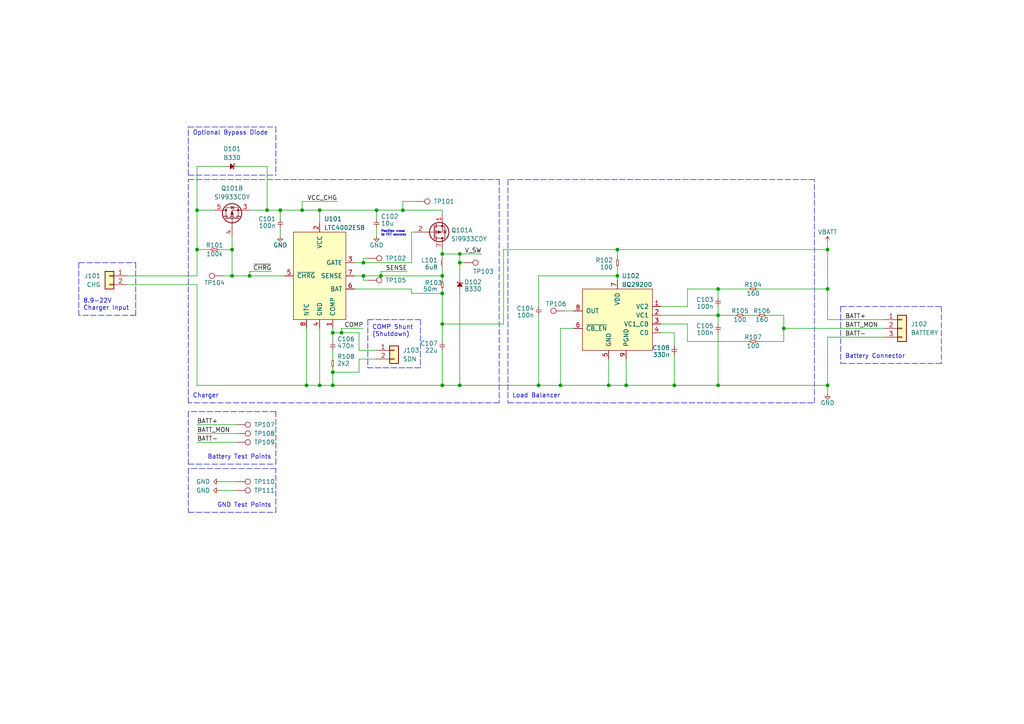
<source format=kicad_sch>
(kicad_sch (version 20211123) (generator eeschema)
  (paper "A4")
  (title_block (title "2S Li-Ion Battery Charger") (date "2021-10-17") (rev "1.1") (company "Cambridge University Spaceflight") (comment 1 "Drawn By Henry Franks"))
  (lib_symbols
    (symbol "Battery:B330" (pin_numbers hide) (pin_names (offset 1.016) hide)
      (property "Reference" "D" (at 1.27 1.778 0))
      (property "Value" "B330" (at 1.27 -1.778 0))
      (symbol "B330_0_1"
        (polyline (pts (xy 0.762 0.762) (xy 0.762 -0.762)))
        (polyline (pts (xy 0.762 -0.762) (xy 1.016 -0.762) (xy 1.016 -0.508)))
        (polyline (pts (xy 0.762 0.762) (xy 0.508 0.762) (xy 0.508 0.508)))
        (polyline (pts (xy 1.778 0.762) (xy 0.762 0) (xy 1.778 -0.762) (xy 1.778 0.762)) (fill (type outline)))
      )
      (symbol "B330_1_1"
        (pin passive line (at 0 0 0) (length 0.762) (name "~") (number "1"))
        (pin passive line (at 2.54 0 180) (length 0.762) (name "~") (number "2"))
      )
    )
    (symbol "Battery:BQ2920X" (pin_names (offset 1.016))
      (property "Reference" "U1" (at 1.27 12.7 0))
      (property "Value" "BQ29200" (at 1.27 10.16 0))
      (symbol "BQ2920X_0_0"
        (pin input line (at -12.7 3.81 0) (length 2.54) (name "VC2") (number "1"))
        (pin input line (at -12.7 1.27 0) (length 2.54) (name "VC1") (number "2"))
        (pin input line (at -12.7 -1.27 0) (length 2.54) (name "VC1_CB") (number "3"))
        (pin input line (at -12.7 -3.81 0) (length 2.54) (name "CD") (number "4"))
        (pin power_in line (at 2.54 -11.43 90) (length 2.54) (name "GND") (number "5"))
        (pin input line (at 12.7 -2.54 180) (length 2.54) (name "~{CB_EN}") (number "6"))
        (pin power_in line (at 0 11.43 270) (length 2.54) (name "VDD") (number "7"))
        (pin power_out line (at 12.7 2.54 180) (length 2.54) (name "OUT") (number "8"))
      )
      (symbol "BQ2920X_0_1"
        (rectangle (start -10.16 8.89) (end 10.16 -8.89) (fill (type background)))
      )
      (symbol "BQ2920X_1_1"
        (pin power_in line (at -2.54 -11.43 90) (length 2.54) (name "PGND") (number "9"))
      )
    )
    (symbol "Battery:C" (pin_numbers hide) (pin_names (offset 1.016) hide)
      (property "Reference" "C" (at 1.27 1.778 0))
      (property "Value" "C" (at 1.27 -1.778 0))
      (symbol "C_0_1"
        (polyline (pts (xy 1.016 0.762) (xy 1.016 -0.762)))
        (polyline (pts (xy 1.524 0.762) (xy 1.524 -0.762)))
      )
      (symbol "C_1_1"
        (pin passive line (at 0 0 0) (length 1.016) (name "~") (number "1"))
        (pin passive line (at 2.54 0 180) (length 1.016) (name "~") (number "2"))
      )
    )
    (symbol "Battery:Conn_01x02" (pin_names (offset 1.016) hide)
      (property "Reference" "J" (at 0 2.54 0))
      (property "Value" "Conn_01x02" (at 0 -5.08 0))
      (symbol "Conn_01x02_1_1"
        (rectangle (start -1.27 -2.413) (end 0 -2.667) (stroke (width 0.1524)))
        (rectangle (start -1.27 0.127) (end 0 -0.127) (stroke (width 0.1524)))
        (rectangle (start -1.27 1.27) (end 1.27 -3.81) (stroke (width 0.254)) (fill (type background)))
        (pin passive line (at -5.08 0 0) (length 3.81) (name "Pin_1") (number "1"))
        (pin passive line (at -5.08 -2.54 0) (length 3.81) (name "Pin_2") (number "2"))
      )
    )
    (symbol "Battery:Conn_01x03" (pin_names (offset 1.016) hide)
      (property "Reference" "J" (at 0 5.08 0))
      (property "Value" "Conn_01x03" (at 0 -5.08 0))
      (symbol "Conn_01x03_1_1"
        (rectangle (start -1.27 -2.413) (end 0 -2.667) (stroke (width 0.1524)))
        (rectangle (start -1.27 0.127) (end 0 -0.127) (stroke (width 0.1524)))
        (rectangle (start -1.27 2.667) (end 0 2.413) (stroke (width 0.1524)))
        (rectangle (start -1.27 3.81) (end 1.27 -3.81) (stroke (width 0.254)) (fill (type background)))
        (pin passive line (at -5.08 2.54 0) (length 3.81) (name "Pin_1") (number "1"))
        (pin passive line (at -5.08 0 0) (length 3.81) (name "Pin_2") (number "2"))
        (pin passive line (at -5.08 -2.54 0) (length 3.81) (name "Pin_3") (number "3"))
      )
    )
    (symbol "Battery:GND" (power) (pin_numbers hide) (pin_names (offset 1.016) hide)
      (property "Value" "GND" (at 0 -2.54 0))
      (symbol "GND_0_1"
        (polyline (pts (xy 0 0) (xy 0 -0.762)))
        (polyline (pts (xy -0.762 -0.762) (xy 0.762 -0.762) (xy 0 -1.524) (xy -0.762 -0.762)) (fill (type background)))
      )
      (symbol "GND_1_1"
        (pin power_in line (at 0 0 180) (length 0) hide (name "GND") (number "1"))
      )
    )
    (symbol "Battery:L" (pin_numbers hide) (pin_names (offset 1.016) hide)
      (property "Reference" "L" (at 1.27 1.27 0))
      (property "Value" "L" (at 1.27 -1.27 0))
      (symbol "L_0_1"
        (arc (start 1.016 0) (mid 0.762 0.254) (end 0.508 0))
        (arc (start 1.524 0) (mid 1.27 0.254) (end 1.016 0))
        (arc (start 2.032 0) (mid 1.778 0.254) (end 1.524 0))
      )
      (symbol "L_1_1"
        (pin passive line (at 0 0 0) (length 0.508) (name "~") (number "1"))
        (pin passive line (at 2.54 0 180) (length 0.508) (name "~") (number "2"))
      )
    )
    (symbol "Battery:LTC4002ES8" (pin_names (offset 1.016))
      (property "Reference" "U" (at 1.27 16.51 0))
      (property "Value" "LTC4002ES8" (at 1.27 13.97 0))
      (symbol "LTC4002ES8_0_0"
        (pin input line (at -3.81 -15.24 90) (length 2.54) (name "COMP") (number "1"))
        (pin power_in line (at 0 15.24 270) (length 2.54) (name "VCC") (number "2"))
        (pin output line (at -10.16 3.81 0) (length 2.54) (name "GATE") (number "3"))
        (pin power_in line (at 0 -15.24 90) (length 2.54) (name "GND") (number "4"))
        (pin output line (at 10.16 0 180) (length 2.54) (name "~{CHRG}") (number "5"))
        (pin input line (at -10.16 -3.81 0) (length 2.54) (name "BAT") (number "6"))
        (pin input line (at -10.16 0 0) (length 2.54) (name "SENSE") (number "7"))
        (pin input line (at 3.81 -15.24 90) (length 2.54) (name "NTC") (number "8"))
      )
      (symbol "LTC4002ES8_0_1"
        (rectangle (start -7.62 12.7) (end 7.62 -12.7) (fill (type background)))
      )
    )
    (symbol "Battery:R" (pin_numbers hide) (pin_names (offset 1.016) hide)
      (property "Reference" "R" (at 1.27 1.27 0))
      (property "Value" "R" (at 1.27 -1.27 0))
      (symbol "R_0_1"
        (rectangle (start 0.508 0.254) (end 2.032 -0.254) (fill (type background)))
      )
      (symbol "R_1_1"
        (pin passive line (at 0 0 0) (length 0.508) (name "~") (number "1"))
        (pin passive line (at 2.54 0 180) (length 0.508) (name "~") (number "2"))
      )
    )
    (symbol "Battery:Si9933CDY" (pin_names hide)
      (property "Reference" "Q" (at 5.08 1.905 0))
      (property "Value" "Si9933CDY" (at 5.08 0 0))
      (symbol "Si9933CDY_0_1"
        (polyline (pts (xy 0.254 0) (xy -2.54 0)))
        (polyline (pts (xy 0.254 1.905) (xy 0.254 -1.905)) (stroke (width 0.254)))
        (polyline (pts (xy 0.762 -1.27) (xy 0.762 -2.286)) (stroke (width 0.254)))
        (polyline (pts (xy 0.762 0.508) (xy 0.762 -0.508)) (stroke (width 0.254)))
        (polyline (pts (xy 0.762 2.286) (xy 0.762 1.27)) (stroke (width 0.254)))
        (polyline (pts (xy 2.54 2.54) (xy 2.54 1.778)))
        (polyline (pts (xy 2.54 -2.54) (xy 2.54 0) (xy 0.762 0)))
        (polyline (pts (xy 0.762 1.778) (xy 3.302 1.778) (xy 3.302 -1.778) (xy 0.762 -1.778)))
        (polyline (pts (xy 2.286 0) (xy 1.27 0.381) (xy 1.27 -0.381) (xy 2.286 0)) (fill (type outline)))
        (polyline (pts (xy 2.794 -0.508) (xy 2.921 -0.381) (xy 3.683 -0.381) (xy 3.81 -0.254)))
        (polyline (pts (xy 3.302 -0.381) (xy 2.921 0.254) (xy 3.683 0.254) (xy 3.302 -0.381)))
        (circle (center 1.651 0) (radius 2.794) (stroke (width 0.254)))
        (circle (center 2.54 -1.778) (radius 0.254) (fill (type outline)))
        (circle (center 2.54 1.778) (radius 0.254) (fill (type outline)))
      )
      (symbol "Si9933CDY_1_0"
        (pin passive line (at 2.54 5.08 270) (length 2.54) hide (name "D1") (number "8"))
      )
      (symbol "Si9933CDY_1_1"
        (pin passive line (at 2.54 -5.08 90) (length 2.54) (name "S1") (number "1"))
        (pin passive line (at -5.08 0 0) (length 2.54) (name "G1") (number "2"))
        (pin passive line (at 2.54 5.08 270) (length 2.54) (name "D1") (number "7"))
      )
      (symbol "Si9933CDY_2_0"
        (pin passive line (at 2.54 5.08 270) (length 2.54) hide (name "D2") (number "6"))
      )
      (symbol "Si9933CDY_2_1"
        (pin passive line (at 2.54 -5.08 90) (length 2.54) (name "S2") (number "3"))
        (pin passive line (at -5.08 0 0) (length 2.54) (name "G2") (number "4"))
        (pin passive line (at 2.54 5.08 270) (length 2.54) (name "D2") (number "5"))
      )
    )
    (symbol "Battery:TestPoint" (pin_numbers hide) (pin_names (offset 0.762) hide)
      (property "Reference" "TP" (at 0 6.858 0))
      (property "Value" "TestPoint" (at 0 5.08 0))
      (symbol "TestPoint_0_1"
        (circle (center 0 3.302) (radius 0.762))
      )
      (symbol "TestPoint_1_1"
        (pin passive line (at 0 0 90) (length 2.54) (name "1") (number "1"))
      )
    )
    (symbol "Battery:VBATT" (power) (pin_numbers hide) (pin_names (offset 1.016) hide)
      (property "Value" "VBATT" (at 0 2.286 0))
      (symbol "VBATT_0_1"
        (polyline (pts (xy 0 1.27) (xy 0.508 0.508)))
        (polyline (pts (xy 0 0) (xy 0 1.27) (xy -0.508 0.508)))
      )
      (symbol "VBATT_1_1"
        (pin power_in line (at 0 0 180) (length 0) hide (name "VBATT") (number "1"))
      )
    )
  )
  (junction (at 128.27 73.66))
  (junction (at 176.53 111.76))
  (junction (at 110.49 80.01))
  (junction (at 208.28 91.44))
  (junction (at 96.52 111.76))
  (junction (at 133.35 73.66))
  (junction (at 96.52 96.52))
  (junction (at 57.15 60.96))
  (junction (at 162.56 111.76))
  (junction (at 179.07 80.01))
  (junction (at 208.28 111.76))
  (junction (at 92.71 111.76))
  (junction (at 240.03 111.76))
  (junction (at 128.27 85.09))
  (junction (at 128.27 111.76))
  (junction (at 156.21 111.76))
  (junction (at 195.58 111.76))
  (junction (at 67.31 80.01))
  (junction (at 57.15 72.39))
  (junction (at 128.27 80.01))
  (junction (at 208.28 83.82))
  (junction (at 109.22 60.96))
  (junction (at 105.41 76.2))
  (junction (at 105.41 80.01))
  (junction (at 227.33 95.25))
  (junction (at 179.07 72.39))
  (junction (at 92.71 60.96))
  (junction (at 240.03 72.39))
  (junction (at 128.27 93.98))
  (junction (at 77.47 60.96))
  (junction (at 133.35 76.2))
  (junction (at 67.31 72.39))
  (junction (at 133.35 111.76))
  (junction (at 88.9 111.76))
  (junction (at 181.61 111.76))
  (junction (at 87.63 60.96))
  (junction (at 96.52 107.95))
  (junction (at 99.06 96.52))
  (junction (at 72.39 80.01))
  (junction (at 240.03 83.82))
  (junction (at 116.84 60.96))
  (junction (at 81.28 60.96))
  (wire (pts (xy 133.35 83.82) (xy 133.35 111.76)))
  (wire (pts (xy 110.49 78.74) (xy 118.11 78.74)))
  (wire (pts (xy 217.17 99.06) (xy 199.39 99.06)))
  (wire (pts (xy 62.23 60.96) (xy 57.15 60.96)))
  (polyline (pts (xy 236.22 52.07) (xy 147.32 52.07)))
  (wire (pts (xy 81.28 63.5) (xy 81.28 60.96)))
  (wire (pts (xy 146.05 93.98) (xy 128.27 93.98)))
  (wire (pts (xy 105.41 76.2) (xy 119.38 76.2)))
  (wire (pts (xy 57.15 128.27) (xy 68.58 128.27)))
  (wire (pts (xy 110.49 78.74) (xy 110.49 80.01)))
  (wire (pts (xy 104.14 107.95) (xy 104.14 104.14)))
  (wire (pts (xy 195.58 96.52) (xy 195.58 100.33)))
  (wire (pts (xy 208.28 91.44) (xy 208.28 88.9)))
  (wire (pts (xy 227.33 91.44) (xy 222.25 91.44)))
  (polyline (pts (xy 243.84 88.9) (xy 273.05 88.9)))
  (wire (pts (xy 208.28 96.52) (xy 208.28 111.76)))
  (polyline (pts (xy 147.32 52.07) (xy 147.32 116.84)))
  (wire (pts (xy 156.21 80.01) (xy 156.21 88.9)))
  (wire (pts (xy 92.71 60.96) (xy 92.71 64.77)))
  (wire (pts (xy 99.06 95.25) (xy 99.06 96.52)))
  (wire (pts (xy 213.36 91.44) (xy 208.28 91.44)))
  (polyline (pts (xy 147.32 116.84) (xy 236.22 116.84)))
  (wire (pts (xy 92.71 111.76) (xy 96.52 111.76)))
  (wire (pts (xy 78.74 78.74) (xy 72.39 78.74)))
  (wire (pts (xy 176.53 104.14) (xy 176.53 111.76)))
  (wire (pts (xy 128.27 73.66) (xy 128.27 74.93)))
  (wire (pts (xy 96.52 107.95) (xy 96.52 111.76)))
  (wire (pts (xy 240.03 72.39) (xy 240.03 83.82)))
  (wire (pts (xy 105.41 80.01) (xy 102.87 80.01)))
  (wire (pts (xy 116.84 60.96) (xy 109.22 60.96)))
  (wire (pts (xy 208.28 83.82) (xy 199.39 83.82)))
  (wire (pts (xy 133.35 111.76) (xy 156.21 111.76)))
  (wire (pts (xy 179.07 80.01) (xy 179.07 81.28)))
  (polyline (pts (xy 106.68 92.71) (xy 121.92 92.71)))
  (wire (pts (xy 88.9 95.25) (xy 88.9 111.76)))
  (wire (pts (xy 256.54 97.79) (xy 240.03 97.79)))
  (wire (pts (xy 81.28 60.96) (xy 87.63 60.96)))
  (wire (pts (xy 109.22 101.6) (xy 104.14 101.6)))
  (wire (pts (xy 64.77 80.01) (xy 67.31 80.01)))
  (wire (pts (xy 68.58 48.26) (xy 77.47 48.26)))
  (wire (pts (xy 81.28 66.04) (xy 81.28 68.58)))
  (wire (pts (xy 166.37 90.17) (xy 163.83 90.17)))
  (wire (pts (xy 179.07 77.47) (xy 179.07 80.01)))
  (wire (pts (xy 195.58 102.87) (xy 195.58 111.76)))
  (wire (pts (xy 128.27 83.82) (xy 128.27 85.09)))
  (wire (pts (xy 57.15 60.96) (xy 57.15 72.39)))
  (wire (pts (xy 99.06 96.52) (xy 96.52 96.52)))
  (polyline (pts (xy 80.01 135.89) (xy 54.61 135.89)))
  (wire (pts (xy 72.39 60.96) (xy 77.47 60.96)))
  (wire (pts (xy 208.28 91.44) (xy 191.77 91.44)))
  (polyline (pts (xy 39.37 76.2) (xy 39.37 91.44)))
  (wire (pts (xy 128.27 85.09) (xy 128.27 93.98)))
  (wire (pts (xy 133.35 76.2) (xy 133.35 81.28)))
  (wire (pts (xy 88.9 111.76) (xy 92.71 111.76)))
  (wire (pts (xy 181.61 104.14) (xy 181.61 111.76)))
  (wire (pts (xy 106.68 81.28) (xy 105.41 81.28)))
  (polyline (pts (xy 54.61 50.8) (xy 54.61 36.83)))
  (wire (pts (xy 105.41 76.2) (xy 102.87 76.2)))
  (wire (pts (xy 87.63 58.42) (xy 87.63 60.96)))
  (wire (pts (xy 97.79 58.42) (xy 87.63 58.42)))
  (wire (pts (xy 240.03 92.71) (xy 240.03 83.82)))
  (wire (pts (xy 109.22 68.58) (xy 109.22 66.04)))
  (wire (pts (xy 208.28 83.82) (xy 217.17 83.82)))
  (wire (pts (xy 67.31 72.39) (xy 63.5 72.39)))
  (wire (pts (xy 106.68 74.93) (xy 105.41 74.93)))
  (wire (pts (xy 179.07 72.39) (xy 240.03 72.39)))
  (wire (pts (xy 92.71 95.25) (xy 92.71 111.76)))
  (wire (pts (xy 87.63 60.96) (xy 92.71 60.96)))
  (wire (pts (xy 133.35 76.2) (xy 134.62 76.2)))
  (wire (pts (xy 195.58 96.52) (xy 191.77 96.52)))
  (polyline (pts (xy 80.01 36.83) (xy 80.01 50.8)))
  (wire (pts (xy 240.03 111.76) (xy 240.03 114.3)))
  (polyline (pts (xy 144.78 116.84) (xy 54.61 116.84)))
  (wire (pts (xy 120.65 67.31) (xy 119.38 67.31)))
  (polyline (pts (xy 54.61 119.38) (xy 54.61 134.62)))
  (wire (pts (xy 208.28 111.76) (xy 240.03 111.76)))
  (wire (pts (xy 57.15 111.76) (xy 57.15 82.55)))
  (wire (pts (xy 96.52 107.95) (xy 104.14 107.95)))
  (wire (pts (xy 219.71 83.82) (xy 240.03 83.82)))
  (wire (pts (xy 96.52 106.68) (xy 96.52 107.95)))
  (polyline (pts (xy 39.37 91.44) (xy 22.86 91.44)))
  (wire (pts (xy 166.37 95.25) (xy 162.56 95.25)))
  (wire (pts (xy 57.15 82.55) (xy 36.83 82.55)))
  (wire (pts (xy 57.15 80.01) (xy 36.83 80.01)))
  (polyline (pts (xy 54.61 135.89) (xy 54.61 148.59)))
  (wire (pts (xy 128.27 73.66) (xy 133.35 73.66)))
  (polyline (pts (xy 22.86 76.2) (xy 39.37 76.2)))
  (wire (pts (xy 109.22 60.96) (xy 92.71 60.96)))
  (wire (pts (xy 63.5 142.24) (xy 68.58 142.24)))
  (wire (pts (xy 128.27 80.01) (xy 110.49 80.01)))
  (wire (pts (xy 57.15 111.76) (xy 88.9 111.76)))
  (wire (pts (xy 227.33 99.06) (xy 227.33 95.25)))
  (wire (pts (xy 208.28 86.36) (xy 208.28 83.82)))
  (polyline (pts (xy 22.86 76.2) (xy 22.86 91.44)))
  (wire (pts (xy 199.39 93.98) (xy 191.77 93.98)))
  (wire (pts (xy 66.04 48.26) (xy 57.15 48.26)))
  (wire (pts (xy 240.03 97.79) (xy 240.03 111.76)))
  (wire (pts (xy 219.71 99.06) (xy 227.33 99.06)))
  (polyline (pts (xy 54.61 134.62) (xy 80.01 134.62)))
  (wire (pts (xy 109.22 60.96) (xy 109.22 63.5)))
  (wire (pts (xy 162.56 111.76) (xy 176.53 111.76)))
  (wire (pts (xy 208.28 111.76) (xy 195.58 111.76)))
  (wire (pts (xy 105.41 74.93) (xy 105.41 76.2)))
  (wire (pts (xy 67.31 72.39) (xy 67.31 80.01)))
  (wire (pts (xy 96.52 101.6) (xy 96.52 104.14)))
  (wire (pts (xy 199.39 83.82) (xy 199.39 88.9)))
  (wire (pts (xy 72.39 78.74) (xy 72.39 80.01)))
  (wire (pts (xy 179.07 74.93) (xy 179.07 72.39)))
  (polyline (pts (xy 54.61 50.8) (xy 80.01 50.8)))
  (wire (pts (xy 128.27 77.47) (xy 128.27 80.01)))
  (wire (pts (xy 199.39 88.9) (xy 191.77 88.9)))
  (wire (pts (xy 119.38 67.31) (xy 119.38 76.2)))
  (wire (pts (xy 72.39 80.01) (xy 82.55 80.01)))
  (wire (pts (xy 179.07 80.01) (xy 156.21 80.01)))
  (polyline (pts (xy 236.22 116.84) (xy 236.22 52.07)))
  (wire (pts (xy 119.38 85.09) (xy 119.38 83.82)))
  (polyline (pts (xy 106.68 92.71) (xy 106.68 106.68)))
  (wire (pts (xy 77.47 48.26) (xy 77.47 60.96)))
  (polyline (pts (xy 54.61 52.07) (xy 144.78 52.07)))
  (wire (pts (xy 63.5 139.7) (xy 68.58 139.7)))
  (wire (pts (xy 146.05 72.39) (xy 146.05 93.98)))
  (polyline (pts (xy 121.92 92.71) (xy 121.92 106.68)))
  (wire (pts (xy 176.53 111.76) (xy 181.61 111.76)))
  (polyline (pts (xy 121.92 106.68) (xy 106.68 106.68)))
  (wire (pts (xy 128.27 101.6) (xy 128.27 111.76)))
  (wire (pts (xy 128.27 60.96) (xy 116.84 60.96)))
  (wire (pts (xy 57.15 125.73) (xy 68.58 125.73)))
  (wire (pts (xy 116.84 58.42) (xy 116.84 60.96)))
  (polyline (pts (xy 273.05 88.9) (xy 273.05 105.41)))
  (polyline (pts (xy 54.61 36.83) (xy 80.01 36.83)))
  (wire (pts (xy 120.65 58.42) (xy 116.84 58.42)))
  (wire (pts (xy 104.14 96.52) (xy 99.06 96.52)))
  (wire (pts (xy 57.15 72.39) (xy 57.15 80.01)))
  (wire (pts (xy 105.41 80.01) (xy 110.49 80.01)))
  (wire (pts (xy 96.52 99.06) (xy 96.52 96.52)))
  (wire (pts (xy 128.27 85.09) (xy 119.38 85.09)))
  (polyline (pts (xy 54.61 116.84) (xy 54.61 52.07)))
  (wire (pts (xy 195.58 111.76) (xy 181.61 111.76)))
  (wire (pts (xy 162.56 111.76) (xy 156.21 111.76)))
  (wire (pts (xy 57.15 48.26) (xy 57.15 60.96)))
  (wire (pts (xy 227.33 95.25) (xy 227.33 91.44)))
  (wire (pts (xy 199.39 99.06) (xy 199.39 93.98)))
  (wire (pts (xy 104.14 101.6) (xy 104.14 96.52)))
  (polyline (pts (xy 80.01 148.59) (xy 80.01 135.89)))
  (wire (pts (xy 105.41 81.28) (xy 105.41 80.01)))
  (wire (pts (xy 156.21 91.44) (xy 156.21 111.76)))
  (wire (pts (xy 67.31 80.01) (xy 72.39 80.01)))
  (wire (pts (xy 128.27 72.39) (xy 128.27 73.66)))
  (wire (pts (xy 67.31 68.58) (xy 67.31 72.39)))
  (polyline (pts (xy 144.78 52.07) (xy 144.78 116.84)))
  (polyline (pts (xy 80.01 134.62) (xy 80.01 119.38)))
  (polyline (pts (xy 54.61 148.59) (xy 80.01 148.59)))
  (wire (pts (xy 96.52 111.76) (xy 128.27 111.76)))
  (wire (pts (xy 133.35 73.66) (xy 133.35 76.2)))
  (wire (pts (xy 119.38 83.82) (xy 102.87 83.82)))
  (polyline (pts (xy 80.01 119.38) (xy 54.61 119.38)))
  (wire (pts (xy 96.52 96.52) (xy 96.52 95.25)))
  (wire (pts (xy 128.27 80.01) (xy 128.27 81.28)))
  (wire (pts (xy 104.14 104.14) (xy 109.22 104.14)))
  (wire (pts (xy 240.03 69.85) (xy 240.03 72.39)))
  (polyline (pts (xy 273.05 105.41) (xy 243.84 105.41)))
  (wire (pts (xy 77.47 60.96) (xy 81.28 60.96)))
  (wire (pts (xy 256.54 92.71) (xy 240.03 92.71)))
  (wire (pts (xy 57.15 123.19) (xy 68.58 123.19)))
  (wire (pts (xy 57.15 72.39) (xy 60.96 72.39)))
  (wire (pts (xy 162.56 95.25) (xy 162.56 111.76)))
  (wire (pts (xy 215.9 91.44) (xy 219.71 91.44)))
  (wire (pts (xy 133.35 111.76) (xy 128.27 111.76)))
  (wire (pts (xy 227.33 95.25) (xy 256.54 95.25)))
  (wire (pts (xy 128.27 93.98) (xy 128.27 99.06)))
  (wire (pts (xy 133.35 73.66) (xy 139.7 73.66)))
  (polyline (pts (xy 243.84 88.9) (xy 243.84 105.41)))
  (wire (pts (xy 179.07 72.39) (xy 146.05 72.39)))
  (wire (pts (xy 99.06 95.25) (xy 105.41 95.25)))
  (wire (pts (xy 208.28 93.98) (xy 208.28 91.44)))
  (wire (pts (xy 128.27 62.23) (xy 128.27 60.96)))
  (text "GND Test Points" (at 78.74 147.32 180) (effects (font (size 1.27 1.27)) (justify right bottom)))
  (text "COMP Shunt\n(Shutdown)" (at 107.95 97.79 0) (effects (font (size 1.27 1.27)) (justify left bottom)))
  (text "8.9-22V\nCharger Input" (at 24.13 90.17 0) (effects (font (size 1.27 1.27)) (justify left bottom)))
  (text "Load Balancer" (at 148.59 115.57 0) (effects (font (size 1.27 1.27)) (justify left bottom)))
  (text "Battery Test Points" (at 78.74 133.35 180) (effects (font (size 1.27 1.27)) (justify right bottom)))
  (text "Position close\nto FET sources" (at 110.49 68.58 0) (effects (font (size 0.635 0.635)) (justify left bottom)))
  (text "Optional Bypass Diode" (at 55.88 39.37 0) (effects (font (size 1.27 1.27)) (justify left bottom)))
  (text "Charger" (at 55.88 115.57 0) (effects (font (size 1.27 1.27)) (justify left bottom)))
  (text "Battery Connector" (at 245.11 104.14 0) (effects (font (size 1.27 1.27)) (justify left bottom)))
  (label "SENSE" (at 118.11 78.74 180))
  (label "BATT-" (at 57.15 128.27 0))
  (label "COMP" (at 105.41 95.25 180))
  (label "~{CHRG}" (at 78.74 78.74 180))
  (label "BATT-" (at 245.11 97.79 0))
  (label "BATT+" (at 57.15 123.19 0))
  (label "BATT_MON" (at 57.15 125.73 0))
  (label "VCC_CHG" (at 97.79 58.42 180))
  (label "V_SW" (at 139.7 73.66 180))
  (label "BATT_MON" (at 245.11 95.25 0))
  (label "BATT+" (at 245.11 92.71 0))
  (symbol (lib_id "Battery:Conn_01x03") (at 261.62 95.25 0) (unit 1)
    (property "Reference" "J102" (at 264.16 93.98 0) (effects (justify left)))
    (property "Value" "BATTERY" (at 264.16 96.52 0) (effects (justify left)))
    (property "Footprint" "Battery:SolderWire-0.25sqmm_1x03_P4.5mm_D0.65mm_OD2mm" (effects hide))
    (property "Farnell" "2820685" (effects hide))
  )
  (symbol (lib_id "Battery:BQ2920X") (at 179.07 92.71 0) (mirror y) (unit 1)
    (property "Reference" "U102" (at 180.34 80.01 0) (effects (justify right)))
    (property "Value" "BQ29200" (at 180.34 82.55 0) (effects (justify right)))
    (property "Footprint" "Battery:BQ2920X" (effects hide))
    (property "Farnell" "2383074" (effects hide))
  )
  (symbol (lib_id "Battery:R") (at 219.71 83.82 0) (mirror y) (unit 1)
    (property "Reference" "R104" (at 218.44 82.55 0))
    (property "Value" "160" (at 218.44 85.09 0))
    (property "Footprint" "Battery:R_0805_2012Metric_Pad1.20x1.40mm_HandSolder" (effects hide))
    (property "Farnell" "2694996" (effects hide))
  )
  (symbol (lib_id "Battery:R") (at 219.71 99.06 0) (mirror y) (unit 1)
    (property "Reference" "R107" (at 218.44 97.79 0))
    (property "Value" "100" (at 218.44 100.33 0))
    (property "Footprint" "Battery:R_0805_2012Metric_Pad1.20x1.40mm_HandSolder" (effects hide))
    (property "Farnell" "2447552" (effects hide))
  )
  (symbol (lib_id "Battery:C") (at 208.28 93.98 90) (mirror x) (unit 1)
    (property "Reference" "C105" (at 207.01 95.25 90) (effects (justify left bottom)))
    (property "Value" "100n" (at 207.01 96.52 90) (effects (justify left)))
    (property "Footprint" "Battery:C_0805_2012Metric_Pad1.18x1.45mm_HandSolder" (effects hide))
    (property "Farnell" "1759166" (effects hide))
  )
  (symbol (lib_id "Battery:C") (at 208.28 86.36 90) (mirror x) (unit 1)
    (property "Reference" "C103" (at 207.01 87.63 90) (effects (justify left bottom)))
    (property "Value" "100n" (at 207.01 88.9 90) (effects (justify left)))
    (property "Footprint" "Battery:C_0805_2012Metric_Pad1.18x1.45mm_HandSolder" (effects hide))
    (property "Farnell" "1759166" (effects hide))
  )
  (symbol (lib_id "Battery:C") (at 195.58 100.33 90) (mirror x) (unit 1)
    (property "Reference" "C108" (at 194.31 101.6 90) (effects (justify left bottom)))
    (property "Value" "330n" (at 194.31 102.87 90) (effects (justify left)))
    (property "Footprint" "Battery:C_0805_2012Metric_Pad1.18x1.45mm_HandSolder" (effects hide))
    (property "Farnell" "2346946" (effects hide))
  )
  (symbol (lib_id "Battery:R") (at 179.07 74.93 90) (mirror x) (unit 1)
    (property "Reference" "R102" (at 177.8 76.2 90) (effects (justify left bottom)))
    (property "Value" "100" (at 177.8 77.47 90) (effects (justify left)))
    (property "Footprint" "Battery:R_0805_2012Metric_Pad1.20x1.40mm_HandSolder" (effects hide))
    (property "Farnell" "2447552" (effects hide))
  )
  (symbol (lib_id "Battery:LTC4002ES8") (at 92.71 80.01 0) (mirror y) (unit 1)
    (property "Reference" "U101" (at 93.98 63.5 0) (effects (justify right)))
    (property "Value" "LTC4002ES8" (at 93.98 66.04 0) (effects (justify right)))
    (property "Footprint" "Battery:SO-8_3.9x4.9mm_P1.27mm" (effects hide))
    (property "RS" "786-9960" (effects hide))
  )
  (symbol (lib_id "Battery:C") (at 96.52 99.06 270) (unit 1)
    (property "Reference" "C106" (at 97.79 99.06 90) (effects (justify left bottom)))
    (property "Value" "470n" (at 97.79 100.33 90) (effects (justify left)))
    (property "Footprint" "Battery:C_0805_2012Metric_Pad1.18x1.45mm_HandSolder" (effects hide))
    (property "Farnell" "2320847" (effects hide))
  )
  (symbol (lib_id "Battery:R") (at 96.52 104.14 270) (unit 1)
    (property "Reference" "R108" (at 97.79 104.14 90) (effects (justify left bottom)))
    (property "Value" "2k2" (at 97.79 105.41 90) (effects (justify left)))
    (property "Footprint" "Battery:R_0805_2012Metric_Pad1.20x1.40mm_HandSolder" (effects hide))
    (property "Farnell" "1576464" (effects hide))
  )
  (symbol (lib_id "Battery:TestPoint") (at 163.83 90.17 90) (unit 1)
    (property "Reference" "TP106" (at 161.29 88.9 90) (effects (justify top)))
    (property "Value" "TestPoint" (effects hide))
    (property "Footprint" "Battery:TestPoint_Pad_D2.0mm" (effects hide))
  )
  (symbol (lib_id "Battery:Conn_01x02") (at 31.75 80.01 0) (mirror y) (unit 1)
    (property "Reference" "J101" (at 29.21 80.01 0) (effects (justify left)))
    (property "Value" "CHG" (at 29.21 82.55 0) (effects (justify left)))
    (property "Footprint" "Battery:SolderWire-0.25sqmm_1x02_P4.5mm_D0.65mm_OD2mm" (effects hide))
    (property "Farnell" "2576866" (effects hide))
  )
  (symbol (lib_id "Battery:R") (at 63.5 72.39 0) (mirror y) (unit 1)
    (property "Reference" "R101" (at 62.23 71.12 0))
    (property "Value" "100k" (at 62.23 73.66 0))
    (property "Footprint" "Battery:R_0805_2012Metric_Pad1.20x1.40mm_HandSolder" (effects hide))
    (property "Farnell" "2380290" (effects hide))
  )
  (symbol (lib_id "Battery:TestPoint") (at 68.58 123.19 270) (unit 1)
    (property "Reference" "TP107" (at 73.66 123.19 90) (effects (justify left)))
    (property "Value" "TestPoint" (effects hide))
    (property "Footprint" "Battery:TestPoint_Pad_D2.0mm" (effects hide))
  )
  (symbol (lib_id "Battery:L") (at 128.27 74.93 90) (mirror x) (unit 1)
    (property "Reference" "L101" (at 127 76.2 90) (effects (justify left bottom)))
    (property "Value" "6u8" (at 127 77.47 90) (effects (justify left)))
    (property "Footprint" "Battery:L_Wuerth_HCI-7050" (effects hide))
    (property "RS" "756-8588" (effects hide))
  )
  (symbol (lib_id "Battery:TestPoint") (at 68.58 139.7 270) (unit 1)
    (property "Reference" "TP110" (at 73.66 139.7 90) (effects (justify left)))
    (property "Value" "TestPoint" (effects hide))
    (property "Footprint" "Battery:TestPoint_Pad_D2.0mm" (effects hide))
  )
  (symbol (lib_id "Battery:TestPoint") (at 68.58 142.24 270) (unit 1)
    (property "Reference" "TP111" (at 73.66 142.24 90) (effects (justify left)))
    (property "Value" "TestPoint" (effects hide))
    (property "Footprint" "Battery:TestPoint_Pad_D2.0mm" (effects hide))
  )
  (symbol (lib_id "Battery:TestPoint") (at 68.58 125.73 270) (unit 1)
    (property "Reference" "TP108" (at 73.66 125.73 90) (effects (justify left)))
    (property "Value" "TestPoint" (effects hide))
    (property "Footprint" "Battery:TestPoint_Pad_D2.0mm" (effects hide))
  )
  (symbol (lib_id "Battery:TestPoint") (at 68.58 128.27 270) (unit 1)
    (property "Reference" "TP109" (at 73.66 128.27 90) (effects (justify left)))
    (property "Value" "TestPoint" (effects hide))
    (property "Footprint" "Battery:TestPoint_Pad_D2.0mm" (effects hide))
  )
  (symbol (lib_id "Battery:GND") (at 63.5 139.7 270) (unit 1)
    (property "Reference" "#PWR0105" (effects hide))
    (property "Value" "GND" (at 60.96 139.7 90) (effects (justify right)))
  )
  (symbol (lib_id "Battery:GND") (at 63.5 142.24 270) (unit 1)
    (property "Reference" "#PWR0106" (effects hide))
    (property "Value" "GND" (at 60.96 142.24 90) (effects (justify right)))
  )
  (symbol (lib_id "Battery:R") (at 128.27 83.82 90) (unit 1)
    (property "Reference" "R103" (at 125.73 81.28 90) (effects (justify bottom)))
    (property "Value" "50m" (at 127 83.82 90) (effects (justify left)))
    (property "Footprint" "Battery:R_0805_2012Metric_Pad1.20x1.40mm_HandSolder" (effects hide))
    (property "Farnell" "2008296" (effects hide))
  )
  (symbol (lib_id "Battery:C") (at 128.27 99.06 90) (mirror x) (unit 1)
    (property "Reference" "C107" (at 127 100.33 90) (effects (justify left bottom)))
    (property "Value" "22u" (at 127 101.6 90) (effects (justify left)))
    (property "Footprint" "Battery:C_0805_2012Metric_Pad1.18x1.45mm_HandSolder" (effects hide))
    (property "Farnell" "2525135" (effects hide))
  )
  (symbol (lib_id "Battery:B330") (at 133.35 81.28 90) (mirror x) (unit 1)
    (property "Reference" "D102" (at 134.62 82.55 90) (effects (justify right bottom)))
    (property "Value" "B330" (at 134.62 83.82 90) (effects (justify right)))
    (property "Footprint" "Battery:D_SMB_Handsoldering" (effects hide))
    (property "RS" "751-3269" (effects hide))
  )
  (symbol (lib_id "Battery:C") (at 81.28 63.5 90) (mirror x) (unit 1)
    (property "Reference" "C101" (at 80.01 63.5 90) (effects (justify left)))
    (property "Value" "100n" (at 80.01 64.77 90) (effects (justify left top)))
    (property "Footprint" "Battery:C_0805_2012Metric_Pad1.18x1.45mm_HandSolder" (effects hide))
    (property "Farnell" "1759166" (effects hide))
  )
  (symbol (lib_id "Battery:C") (at 109.22 63.5 270) (unit 1)
    (property "Reference" "C102" (at 110.49 63.5 90) (effects (justify left bottom)))
    (property "Value" "10u" (at 110.49 64.77 90) (effects (justify left)))
    (property "Footprint" "Battery:C_0805_2012Metric_Pad1.18x1.45mm_HandSolder" (effects hide))
    (property "Farnell" "2611940" (effects hide))
  )
  (symbol (lib_id "Battery:C") (at 156.21 88.9 90) (mirror x) (unit 1)
    (property "Reference" "C104" (at 154.94 90.17 90) (effects (justify left bottom)))
    (property "Value" "100n" (at 154.94 91.44 90) (effects (justify left)))
    (property "Footprint" "Battery:C_0805_2012Metric_Pad1.18x1.45mm_HandSolder" (effects hide))
    (property "Farnell" "1759166" (effects hide))
  )
  (symbol (lib_id "Battery:TestPoint") (at 64.77 80.01 90) (mirror x) (unit 1)
    (property "Reference" "TP104" (at 62.23 81.28 90) (effects (justify top)))
    (property "Value" "TestPoint" (effects hide))
    (property "Footprint" "Battery:TestPoint_Pad_D2.0mm" (effects hide))
  )
  (symbol (lib_id "Battery:Si9933CDY") (at 125.73 67.31 0) (mirror x) (unit 1)
    (property "Reference" "Q101" (at 130.81 66.04 0) (effects (justify left bottom)))
    (property "Value" "Si9933CDY" (at 130.81 68.58 0) (effects (justify left bottom)))
    (property "Footprint" "Battery:SOIC-8_3.9x4.9mm_P1.27mm" (effects hide))
    (property "Farnell" "1779275" (effects hide))
  )
  (symbol (lib_id "Battery:Si9933CDY") (at 67.31 63.5 90) (unit 2)
    (property "Reference" "Q101" (at 67.31 54.61 90))
    (property "Value" "Si9933CDY" (at 67.31 57.15 90))
    (property "Footprint" "Battery:SOIC-8_3.9x4.9mm_P1.27mm" (effects hide))
    (property "Farnell" "1779275" (effects hide))
  )
  (symbol (lib_id "Battery:R") (at 215.9 91.44 0) (mirror y) (unit 1)
    (property "Reference" "R105" (at 214.63 90.17 0))
    (property "Value" "100" (at 214.63 92.71 0))
    (property "Footprint" "Battery:R_0805_2012Metric_Pad1.20x1.40mm_HandSolder" (effects hide))
    (property "Farnell" "2447552" (effects hide))
  )
  (symbol (lib_id "Battery:TestPoint") (at 106.68 81.28 270) (unit 1)
    (property "Reference" "TP105" (at 111.76 81.28 90) (effects (justify left)))
    (property "Value" "TestPoint" (effects hide))
    (property "Footprint" "Battery:TestPoint_Pad_D2.0mm" (effects hide))
  )
  (symbol (lib_id "Battery:GND") (at 240.03 114.3 0) (unit 1)
    (property "Reference" "#PWR0104" (effects hide))
    (property "Value" "GND" (at 240.03 116.84 0))
  )
  (symbol (lib_id "Battery:R") (at 222.25 91.44 0) (mirror y) (unit 1)
    (property "Reference" "R106" (at 220.98 90.17 0))
    (property "Value" "160" (at 220.98 92.71 0))
    (property "Footprint" "Battery:R_0805_2012Metric_Pad1.20x1.40mm_HandSolder" (effects hide))
    (property "Farnell" "2694996" (effects hide))
  )
  (symbol (lib_id "Battery:TestPoint") (at 134.62 76.2 270) (unit 1)
    (property "Reference" "TP103" (at 137.16 78.74 90) (effects (justify left)))
    (property "Value" "TestPoint" (effects hide))
    (property "Footprint" "Battery:TestPoint_Pad_D2.0mm" (effects hide))
  )
  (symbol (lib_id "Battery:GND") (at 109.22 68.58 0) (unit 1)
    (property "Reference" "#PWR0102" (effects hide))
    (property "Value" "GND" (at 109.22 71.12 0))
  )
  (symbol (lib_id "Battery:TestPoint") (at 120.65 58.42 270) (unit 1)
    (property "Reference" "TP101" (at 125.73 58.42 90) (effects (justify left)))
    (property "Value" "TestPoint" (effects hide))
    (property "Footprint" "Battery:TestPoint_Pad_D2.0mm" (effects hide))
  )
  (symbol (lib_id "Battery:B330") (at 68.58 48.26 0) (mirror y) (unit 1)
    (property "Reference" "D101" (at 67.31 43.18 0))
    (property "Value" "B330" (at 67.31 45.72 0))
    (property "Footprint" "Battery:D_SMB_Handsoldering" (effects hide))
    (property "RS" "751-3269" (effects hide))
  )
  (symbol (lib_id "Battery:GND") (at 81.28 68.58 0) (unit 1)
    (property "Reference" "#PWR0101" (effects hide))
    (property "Value" "GND" (at 81.28 71.12 0))
  )
  (symbol (lib_id "Battery:VBATT") (at 240.03 69.85 0) (unit 1)
    (property "Reference" "#PWR0103" (effects hide))
    (property "Value" "VBATT" (at 240.03 67.31 0))
  )
  (symbol (lib_id "Battery:Conn_01x02") (at 114.3 101.6 0) (unit 1)
    (property "Reference" "J103" (at 116.84 101.6 0) (effects (justify left)))
    (property "Value" "SDN" (at 116.84 104.14 0) (effects (justify left)))
    (property "Footprint" "Battery:SolderWire-0.25sqmm_1x02_P4.5mm_D0.65mm_OD2mm" (effects hide))
    (property "Farnell" "2576866" (effects hide))
  )
  (symbol (lib_id "Battery:TestPoint") (at 106.68 74.93 270) (unit 1)
    (property "Reference" "TP102" (at 111.76 74.93 90) (effects (justify left)))
    (property "Value" "TestPoint" (effects hide))
    (property "Footprint" "Battery:TestPoint_Pad_D2.0mm" (effects hide))
  )
)
</source>
